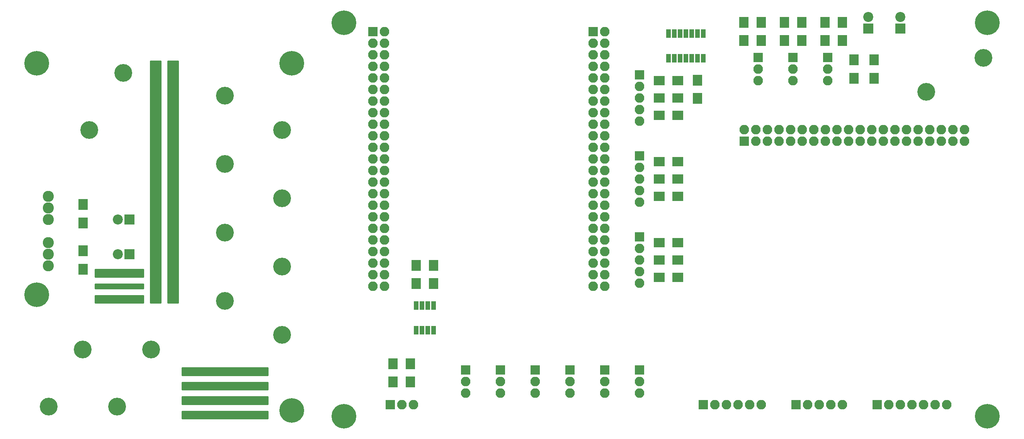
<source format=gbr>
G04 #@! TF.FileFunction,Soldermask,Top*
%FSLAX46Y46*%
G04 Gerber Fmt 4.6, Leading zero omitted, Abs format (unit mm)*
G04 Created by KiCad (PCBNEW 4.0.3-stable) date 05/06/17 11:59:30*
%MOMM*%
%LPD*%
G01*
G04 APERTURE LIST*
%ADD10C,0.100000*%
%ADD11R,2.100000X2.100000*%
%ADD12O,2.100000X2.100000*%
%ADD13R,2.000000X2.400000*%
%ADD14R,2.200000X2.200000*%
%ADD15C,2.200000*%
%ADD16C,3.900000*%
%ADD17C,5.400000*%
%ADD18R,2.100000X2.400000*%
%ADD19R,1.000000X1.950000*%
%ADD20R,1.000000X1.900000*%
%ADD21R,2.400000X2.100000*%
%ADD22C,2.432000*%
%ADD23C,0.254000*%
G04 APERTURE END LIST*
D10*
D11*
X114935000Y-50800000D03*
D12*
X117475000Y-50800000D03*
X114935000Y-53340000D03*
X117475000Y-53340000D03*
X114935000Y-55880000D03*
X117475000Y-55880000D03*
X114935000Y-58420000D03*
X117475000Y-58420000D03*
X114935000Y-60960000D03*
X117475000Y-60960000D03*
X114935000Y-63500000D03*
X117475000Y-63500000D03*
X114935000Y-66040000D03*
X117475000Y-66040000D03*
X114935000Y-68580000D03*
X117475000Y-68580000D03*
X114935000Y-71120000D03*
X117475000Y-71120000D03*
X114935000Y-73660000D03*
X117475000Y-73660000D03*
X114935000Y-76200000D03*
X117475000Y-76200000D03*
X114935000Y-78740000D03*
X117475000Y-78740000D03*
X114935000Y-81280000D03*
X117475000Y-81280000D03*
X114935000Y-83820000D03*
X117475000Y-83820000D03*
X114935000Y-86360000D03*
X117475000Y-86360000D03*
X114935000Y-88900000D03*
X117475000Y-88900000D03*
X114935000Y-91440000D03*
X117475000Y-91440000D03*
X114935000Y-93980000D03*
X117475000Y-93980000D03*
X114935000Y-96520000D03*
X117475000Y-96520000D03*
X114935000Y-99060000D03*
X117475000Y-99060000D03*
X114935000Y-101600000D03*
X117475000Y-101600000D03*
X114935000Y-104140000D03*
X117475000Y-104140000D03*
X114935000Y-106680000D03*
X117475000Y-106680000D03*
D11*
X163195000Y-50800000D03*
D12*
X165735000Y-50800000D03*
X163195000Y-53340000D03*
X165735000Y-53340000D03*
X163195000Y-55880000D03*
X165735000Y-55880000D03*
X163195000Y-58420000D03*
X165735000Y-58420000D03*
X163195000Y-60960000D03*
X165735000Y-60960000D03*
X163195000Y-63500000D03*
X165735000Y-63500000D03*
X163195000Y-66040000D03*
X165735000Y-66040000D03*
X163195000Y-68580000D03*
X165735000Y-68580000D03*
X163195000Y-71120000D03*
X165735000Y-71120000D03*
X163195000Y-73660000D03*
X165735000Y-73660000D03*
X163195000Y-76200000D03*
X165735000Y-76200000D03*
X163195000Y-78740000D03*
X165735000Y-78740000D03*
X163195000Y-81280000D03*
X165735000Y-81280000D03*
X163195000Y-83820000D03*
X165735000Y-83820000D03*
X163195000Y-86360000D03*
X165735000Y-86360000D03*
X163195000Y-88900000D03*
X165735000Y-88900000D03*
X163195000Y-91440000D03*
X165735000Y-91440000D03*
X163195000Y-93980000D03*
X165735000Y-93980000D03*
X163195000Y-96520000D03*
X165735000Y-96520000D03*
X163195000Y-99060000D03*
X165735000Y-99060000D03*
X163195000Y-101600000D03*
X165735000Y-101600000D03*
X163195000Y-104140000D03*
X165735000Y-104140000D03*
X163195000Y-106680000D03*
X165735000Y-106680000D03*
D11*
X187325000Y-132715000D03*
D12*
X189865000Y-132715000D03*
X192405000Y-132715000D03*
X194945000Y-132715000D03*
X197485000Y-132715000D03*
X200025000Y-132715000D03*
D11*
X225425000Y-132715000D03*
D12*
X227965000Y-132715000D03*
X230505000Y-132715000D03*
X233045000Y-132715000D03*
X235585000Y-132715000D03*
X238125000Y-132715000D03*
X240665000Y-132715000D03*
D11*
X207645000Y-132715000D03*
D12*
X210185000Y-132715000D03*
X212725000Y-132715000D03*
X215265000Y-132715000D03*
X217805000Y-132715000D03*
D13*
X200025000Y-48800000D03*
X200025000Y-52800000D03*
X208915000Y-48800000D03*
X208915000Y-52800000D03*
X217805000Y-48800000D03*
X217805000Y-52800000D03*
X186055000Y-61500000D03*
X186055000Y-65500000D03*
D11*
X196291200Y-74917300D03*
D12*
X196291200Y-72377300D03*
X198831200Y-74917300D03*
X198831200Y-72377300D03*
X201371200Y-74917300D03*
X201371200Y-72377300D03*
X203911200Y-74917300D03*
X203911200Y-72377300D03*
X206451200Y-74917300D03*
X206451200Y-72377300D03*
X208991200Y-74917300D03*
X208991200Y-72377300D03*
X211531200Y-74917300D03*
X211531200Y-72377300D03*
X214071200Y-74917300D03*
X214071200Y-72377300D03*
X216611200Y-74917300D03*
X216611200Y-72377300D03*
X219151200Y-74917300D03*
X219151200Y-72377300D03*
X221691200Y-74917300D03*
X221691200Y-72377300D03*
X224231200Y-74917300D03*
X224231200Y-72377300D03*
X226771200Y-74917300D03*
X226771200Y-72377300D03*
X229311200Y-74917300D03*
X229311200Y-72377300D03*
X231851200Y-74917300D03*
X231851200Y-72377300D03*
X234391200Y-74917300D03*
X234391200Y-72377300D03*
X236931200Y-74917300D03*
X236931200Y-72377300D03*
X239471200Y-74917300D03*
X239471200Y-72377300D03*
X242011200Y-74917300D03*
X242011200Y-72377300D03*
X244551200Y-74917300D03*
X244551200Y-72377300D03*
D14*
X223520000Y-50165000D03*
D15*
X223520000Y-47625000D03*
D14*
X230505000Y-50165000D03*
D15*
X230505000Y-47625000D03*
D11*
X173355000Y-78105000D03*
D12*
X173355000Y-80645000D03*
X173355000Y-83185000D03*
X173355000Y-85725000D03*
X173355000Y-88265000D03*
D11*
X173355000Y-60325000D03*
D12*
X173355000Y-62865000D03*
X173355000Y-65405000D03*
X173355000Y-67945000D03*
X173355000Y-70485000D03*
D11*
X214630000Y-56515000D03*
D12*
X214630000Y-59055000D03*
X214630000Y-61595000D03*
D11*
X207010000Y-56515000D03*
D12*
X207010000Y-59055000D03*
X207010000Y-61595000D03*
D11*
X199390000Y-56515000D03*
D12*
X199390000Y-59055000D03*
X199390000Y-61595000D03*
D11*
X173355000Y-95885000D03*
D12*
X173355000Y-98425000D03*
X173355000Y-100965000D03*
X173355000Y-103505000D03*
X173355000Y-106045000D03*
D11*
X173355000Y-125095000D03*
D12*
X173355000Y-127635000D03*
X173355000Y-130175000D03*
D11*
X165735000Y-125095000D03*
D12*
X165735000Y-127635000D03*
X165735000Y-130175000D03*
D11*
X158115000Y-125095000D03*
D12*
X158115000Y-127635000D03*
X158115000Y-130175000D03*
D11*
X150495000Y-125095000D03*
D12*
X150495000Y-127635000D03*
X150495000Y-130175000D03*
D11*
X118745000Y-132715000D03*
D12*
X121285000Y-132715000D03*
X123825000Y-132715000D03*
D16*
X248715000Y-56575000D03*
X236215000Y-64075000D03*
D17*
X249555000Y-135255000D03*
X108585000Y-135255000D03*
X108585000Y-48895000D03*
X249555000Y-48895000D03*
D11*
X142875000Y-125095000D03*
D12*
X142875000Y-127635000D03*
X142875000Y-130175000D03*
D11*
X135255000Y-125095000D03*
D12*
X135255000Y-127635000D03*
X135255000Y-130175000D03*
D18*
X128270000Y-106140000D03*
X128270000Y-102140000D03*
X124460000Y-106140000D03*
X124460000Y-102140000D03*
D19*
X128270000Y-110965000D03*
X127000000Y-110965000D03*
X125730000Y-110965000D03*
X124460000Y-110965000D03*
X124460000Y-116365000D03*
X125730000Y-116365000D03*
X127000000Y-116365000D03*
X128270000Y-116365000D03*
D20*
X187325000Y-51275000D03*
X186055000Y-51275000D03*
X184785000Y-51275000D03*
X183515000Y-51275000D03*
X182245000Y-51275000D03*
X180975000Y-51275000D03*
X179705000Y-51275000D03*
X179705000Y-56675000D03*
X180975000Y-56675000D03*
X182245000Y-56675000D03*
X183515000Y-56675000D03*
X184785000Y-56675000D03*
X186055000Y-56675000D03*
X187325000Y-56675000D03*
D18*
X196215000Y-52800000D03*
X196215000Y-48800000D03*
X205105000Y-52800000D03*
X205105000Y-48800000D03*
X213995000Y-52800000D03*
X213995000Y-48800000D03*
D21*
X181705000Y-104775000D03*
X177705000Y-104775000D03*
X181705000Y-100965000D03*
X177705000Y-100965000D03*
X181705000Y-97155000D03*
X177705000Y-97155000D03*
X181705000Y-86995000D03*
X177705000Y-86995000D03*
X181705000Y-83185000D03*
X177705000Y-83185000D03*
X181705000Y-79375000D03*
X177705000Y-79375000D03*
X181705000Y-69215000D03*
X177705000Y-69215000D03*
X181705000Y-65405000D03*
X177705000Y-65405000D03*
X181705000Y-61595000D03*
X177705000Y-61595000D03*
D18*
X220345000Y-61055000D03*
X220345000Y-57055000D03*
X224790000Y-61055000D03*
X224790000Y-57055000D03*
X119380000Y-127730000D03*
X119380000Y-123730000D03*
X123190000Y-127730000D03*
X123190000Y-123730000D03*
X51435000Y-102965000D03*
X51435000Y-98965000D03*
X51435000Y-88805000D03*
X51435000Y-92805000D03*
D16*
X60265000Y-59895000D03*
X52765000Y-72395000D03*
X43875000Y-133145000D03*
X51375000Y-120645000D03*
X58875000Y-133145000D03*
X66375000Y-120645000D03*
X95045000Y-117415000D03*
X82545000Y-109915000D03*
X95045000Y-102415000D03*
X82545000Y-94915000D03*
X95045000Y-87415000D03*
X82545000Y-79915000D03*
X95045000Y-72415000D03*
X82545000Y-64915000D03*
D22*
X43815000Y-99695000D03*
X43815000Y-102235000D03*
X43815000Y-97155000D03*
D14*
X61595000Y-99695000D03*
D15*
X59055000Y-99695000D03*
D14*
X61595000Y-92075000D03*
D15*
X59055000Y-92075000D03*
D17*
X41275000Y-108585000D03*
X41275000Y-57785000D03*
X97155000Y-133985000D03*
X97155000Y-57785000D03*
D22*
X43815000Y-89535000D03*
X43815000Y-92075000D03*
X43815000Y-86995000D03*
D23*
G36*
X91948000Y-124587000D02*
X91948000Y-126238000D01*
X73152000Y-126238000D01*
X73152000Y-124587000D01*
X91948000Y-124587000D01*
X91948000Y-124587000D01*
G37*
X91948000Y-124587000D02*
X91948000Y-126238000D01*
X73152000Y-126238000D01*
X73152000Y-124587000D01*
X91948000Y-124587000D01*
G36*
X68453000Y-57277000D02*
X68453000Y-110363000D01*
X66167000Y-110363000D01*
X66167000Y-57277000D01*
X68453000Y-57277000D01*
X68453000Y-57277000D01*
G37*
X68453000Y-57277000D02*
X68453000Y-110363000D01*
X66167000Y-110363000D01*
X66167000Y-57277000D01*
X68453000Y-57277000D01*
G36*
X91948000Y-127762000D02*
X91948000Y-129413000D01*
X73152000Y-129413000D01*
X73152000Y-127762000D01*
X91948000Y-127762000D01*
X91948000Y-127762000D01*
G37*
X91948000Y-127762000D02*
X91948000Y-129413000D01*
X73152000Y-129413000D01*
X73152000Y-127762000D01*
X91948000Y-127762000D01*
G36*
X91948000Y-130937000D02*
X91948000Y-132588000D01*
X73152000Y-132588000D01*
X73152000Y-130937000D01*
X91948000Y-130937000D01*
X91948000Y-130937000D01*
G37*
X91948000Y-130937000D02*
X91948000Y-132588000D01*
X73152000Y-132588000D01*
X73152000Y-130937000D01*
X91948000Y-130937000D01*
G36*
X91948000Y-134112000D02*
X91948000Y-135763000D01*
X73152000Y-135763000D01*
X73152000Y-134112000D01*
X91948000Y-134112000D01*
X91948000Y-134112000D01*
G37*
X91948000Y-134112000D02*
X91948000Y-135763000D01*
X73152000Y-135763000D01*
X73152000Y-134112000D01*
X91948000Y-134112000D01*
G36*
X72263000Y-57277000D02*
X72263000Y-110363000D01*
X69977000Y-110363000D01*
X69977000Y-57277000D01*
X72263000Y-57277000D01*
X72263000Y-57277000D01*
G37*
X72263000Y-57277000D02*
X72263000Y-110363000D01*
X69977000Y-110363000D01*
X69977000Y-57277000D01*
X72263000Y-57277000D01*
G36*
X64643000Y-108712000D02*
X64643000Y-110363000D01*
X54102000Y-110363000D01*
X54102000Y-108712000D01*
X64643000Y-108712000D01*
X64643000Y-108712000D01*
G37*
X64643000Y-108712000D02*
X64643000Y-110363000D01*
X54102000Y-110363000D01*
X54102000Y-108712000D01*
X64643000Y-108712000D01*
G36*
X64643000Y-102997000D02*
X64643000Y-104648000D01*
X54102000Y-104648000D01*
X54102000Y-102997000D01*
X64643000Y-102997000D01*
X64643000Y-102997000D01*
G37*
X64643000Y-102997000D02*
X64643000Y-104648000D01*
X54102000Y-104648000D01*
X54102000Y-102997000D01*
X64643000Y-102997000D01*
G36*
X64643000Y-106172000D02*
X64643000Y-107188000D01*
X54102000Y-107188000D01*
X54102000Y-106172000D01*
X64643000Y-106172000D01*
X64643000Y-106172000D01*
G37*
X64643000Y-106172000D02*
X64643000Y-107188000D01*
X54102000Y-107188000D01*
X54102000Y-106172000D01*
X64643000Y-106172000D01*
M02*

</source>
